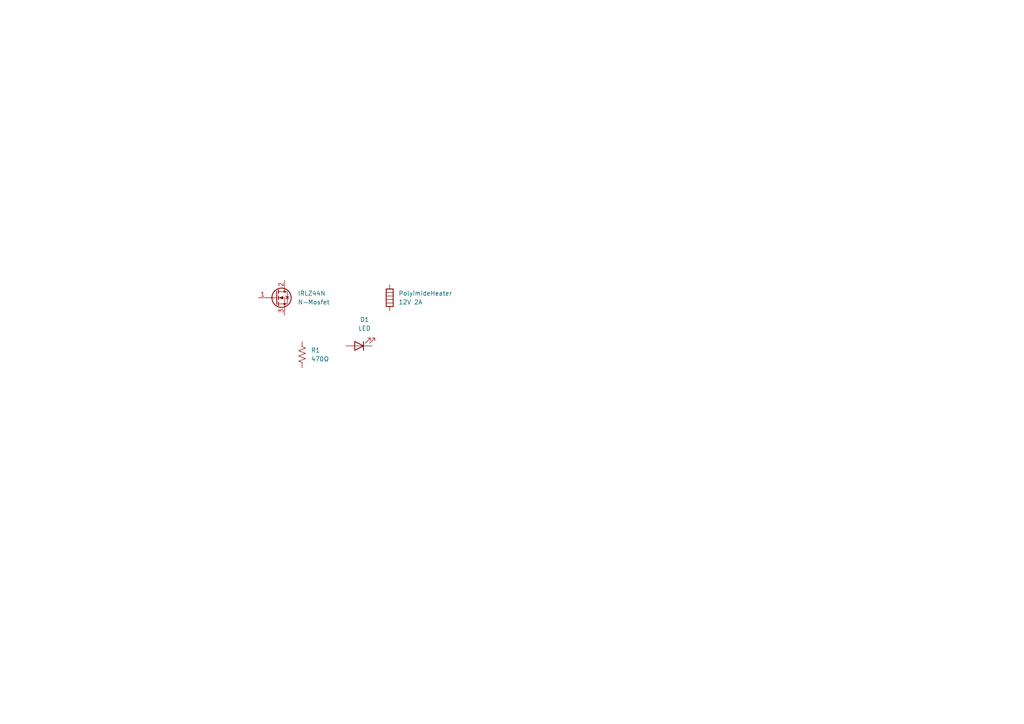
<source format=kicad_sch>
(kicad_sch (version 20231120) (generator "eeschema") (generator_version "8.0")
  (paper "A4")
  (lib_symbols
    (symbol "Device:Heater" (pin_numbers hide) (pin_names (offset 0))
      (property "Reference" "R" (at 2.032 0 90))
      (property "Value" "Heater" (at -2.032 0 90))
      (symbol "Heater_0_1"
        (rectangle (start -1.016 -2.54) (end 1.016 2.54) (stroke (width 0.254)))
        (polyline (pts (xy -1.016 1.524) (xy 1.016 1.524)))
        (polyline (pts (xy 1.016 -1.524) (xy -1.016 -1.524)))
        (polyline (pts (xy 1.016 -0.508) (xy -1.016 -0.508)))
        (polyline (pts (xy 1.016 0.508) (xy -1.016 0.508)))
      )
      (symbol "Heater_1_1"
        (pin passive line (at 0 3.81 270) (length 1.27) (name "~") (number "1"))
        (pin passive line (at 0 -3.81 90) (length 1.27) (name "~") (number "2"))
      )
    )
    (symbol "Device:LED" (pin_numbers hide) (pin_names (offset 1.016) hide)
      (property "Reference" "D" (at 0 2.54 0))
      (property "Value" "LED" (at 0 -2.54 0))
      (symbol "LED_0_1"
        (polyline (pts (xy -1.27 -1.27) (xy -1.27 1.27)) (stroke (width 0.254)))
        (polyline (pts (xy -1.27 0) (xy 1.27 0)))
        (polyline (pts (xy 1.27 -1.27) (xy 1.27 1.27) (xy -1.27 0) (xy 1.27 -1.27)) (stroke (width 0.254)))
        (polyline (pts (xy -3.048 -0.762) (xy -4.572 -2.286) (xy -3.81 -2.286) (xy -4.572 -2.286) (xy -4.572 -1.524)))
        (polyline (pts (xy -1.778 -0.762) (xy -3.302 -2.286) (xy -2.54 -2.286) (xy -3.302 -2.286) (xy -3.302 -1.524)))
      )
      (symbol "LED_1_1"
        (pin passive line (at -3.81 0 0) (length 2.54) (name "K") (number "1"))
        (pin passive line (at 3.81 0 180) (length 2.54) (name "A") (number "2"))
      )
    )
    (symbol "Device:R_US" (pin_numbers hide) (pin_names (offset 0))
      (property "Reference" "R" (at 2.54 0 90))
      (property "Value" "R_US" (at -2.54 0 90))
      (symbol "R_US_0_1"
        (polyline (pts (xy 0 -2.286) (xy 0 -2.54)))
        (polyline (pts (xy 0 2.286) (xy 0 2.54)))
        (polyline (pts (xy 0 -0.762) (xy 1.016 -1.143) (xy 0 -1.524) (xy -1.016 -1.905) (xy 0 -2.286)))
        (polyline (pts (xy 0 0.762) (xy 1.016 0.381) (xy 0 0) (xy -1.016 -0.381) (xy 0 -0.762)))
        (polyline (pts (xy 0 2.286) (xy 1.016 1.905) (xy 0 1.524) (xy -1.016 1.143) (xy 0 0.762)))
      )
      (symbol "R_US_1_1"
        (pin passive line (at 0 3.81 270) (length 1.27) (name "~") (number "1"))
        (pin passive line (at 0 -3.81 90) (length 1.27) (name "~") (number "2"))
      )
    )
    (symbol "Transistor_FET:IRLZ44N" (pin_names hide)
      (property "Reference" "Q" (at 5.08 1.905 0))
      (property "Value" "IRLZ44N" (at 5.08 0 0))
      (symbol "IRLZ44N_0_1"
        (polyline (pts (xy 0.254 0) (xy -2.54 0)))
        (polyline (pts (xy 0.254 1.905) (xy 0.254 -1.905)) (stroke (width 0.254)))
        (polyline (pts (xy 0.762 -1.27) (xy 0.762 -2.286)) (stroke (width 0.254)))
        (polyline (pts (xy 0.762 0.508) (xy 0.762 -0.508)) (stroke (width 0.254)))
        (polyline (pts (xy 0.762 2.286) (xy 0.762 1.27)) (stroke (width 0.254)))
        (polyline (pts (xy 2.54 2.54) (xy 2.54 1.778)))
        (polyline (pts (xy 2.54 -2.54) (xy 2.54 0) (xy 0.762 0)))
        (polyline (pts (xy 0.762 -1.778) (xy 3.302 -1.778) (xy 3.302 1.778) (xy 0.762 1.778)))
        (polyline (pts (xy 1.016 0) (xy 2.032 0.381) (xy 2.032 -0.381) (xy 1.016 0)) (fill (type outline)))
        (polyline (pts (xy 2.794 0.508) (xy 2.921 0.381) (xy 3.683 0.381) (xy 3.81 0.254)))
        (polyline (pts (xy 3.302 0.381) (xy 2.921 -0.254) (xy 3.683 -0.254) (xy 3.302 0.381)))
        (circle (center 1.651 0) (radius 2.794) (stroke (width 0.254)))
        (circle (center 2.54 -1.778) (radius 0.254) (fill (type outline)))
        (circle (center 2.54 1.778) (radius 0.254) (fill (type outline)))
      )
      (symbol "IRLZ44N_1_1"
        (pin input line (at -5.08 0 0) (length 2.54) (name "G") (number "1"))
        (pin passive line (at 2.54 5.08 270) (length 2.54) (name "D") (number "2"))
        (pin passive line (at 2.54 -5.08 90) (length 2.54) (name "S") (number "3"))
      )
    )
  )
  (symbol (lib_id "Transistor_FET:IRLZ44N") (at 80.01 86.36 0) (unit 1)
    (property "Reference" "IRLZ44N" (at 86.36 85.0899 0) (effects (justify left)))
    (property "Value" "N-Mosfet" (at 86.36 87.6299 0) (effects (justify left)))
    (property "Footprint" "Package_TO_SOT_THT:TO-220-3_Vertical" (effects (hide yes)))
    (property "Datasheet" "http://www.irf.com/product-info/datasheets/data/irlz44n.pdf" (effects (hide yes)))
    (property "Description" "47A Id, 55V Vds, 22mOhm Rds Single N-Channel HEXFET Power MOSFET, TO-220AB" (effects (hide yes)))
  )
  (symbol (lib_id "Device:LED") (at 104.14 100.33 180) (unit 1)
    (property "Reference" "D1" (at 105.7275 92.71 0))
    (property "Value" "LED" (at 105.7275 95.25 0))
    (property "Description" "Light emitting diode" (effects (hide yes)))
  )
  (symbol (lib_id "Device:R_US") (at 87.63 102.87 0) (unit 1)
    (property "Reference" "R1" (at 90.17 101.5999 0) (effects (justify left)))
    (property "Value" "470Ω" (at 90.17 104.1399 0) (effects (justify left)))
    (property "Description" "Resistor, US symbol" (effects (hide yes)))
  )
  (symbol (lib_id "Device:Heater") (at 113.03 86.36 0) (unit 1)
    (property "Reference" "PolyimideHeater" (at 115.57 85.0899 0) (effects (justify left)))
    (property "Value" "12V 2A" (at 115.57 87.6299 0) (effects (justify left)))
    (property "Description" "Resistive heater" (effects (hide yes)))
  )
)
</source>
